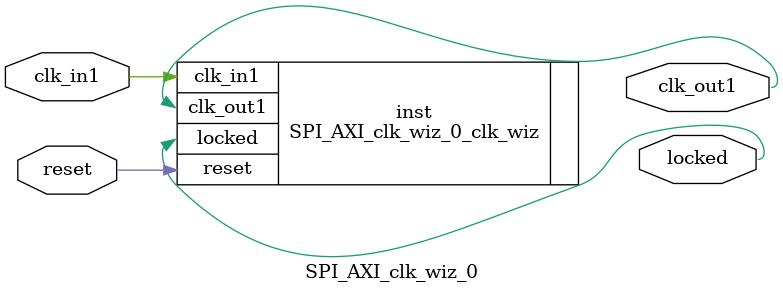
<source format=v>


`timescale 1ps/1ps

(* CORE_GENERATION_INFO = "SPI_AXI_clk_wiz_0,clk_wiz_v6_0_6_0_0,{component_name=SPI_AXI_clk_wiz_0,use_phase_alignment=true,use_min_o_jitter=false,use_max_i_jitter=false,use_dyn_phase_shift=false,use_inclk_switchover=false,use_dyn_reconfig=false,enable_axi=0,feedback_source=FDBK_AUTO,PRIMITIVE=MMCM,num_out_clk=1,clkin1_period=8.000,clkin2_period=10.000,use_power_down=false,use_reset=true,use_locked=true,use_inclk_stopped=false,feedback_type=SINGLE,CLOCK_MGR_TYPE=NA,manual_override=false}" *)

module SPI_AXI_clk_wiz_0 
 (
  // Clock out ports
  output        clk_out1,
  // Status and control signals
  input         reset,
  output        locked,
 // Clock in ports
  input         clk_in1
 );

  SPI_AXI_clk_wiz_0_clk_wiz inst
  (
  // Clock out ports  
  .clk_out1(clk_out1),
  // Status and control signals               
  .reset(reset), 
  .locked(locked),
 // Clock in ports
  .clk_in1(clk_in1)
  );

endmodule

</source>
